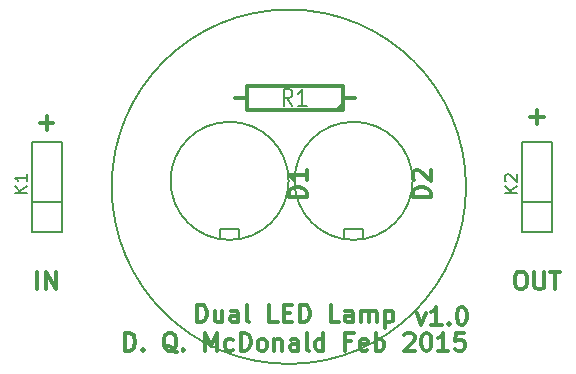
<source format=gto>
%FSLAX34Y34*%
G04 Gerber Fmt 3.4, Leading zero omitted, Abs format*
G04 (created by PCBNEW (2014-02-26 BZR 4721)-product) date Monday, 09 February 2015 12:03:13*
%MOIN*%
G01*
G70*
G90*
G04 APERTURE LIST*
%ADD10C,0.005906*%
%ADD11C,0.011811*%
%ADD12C,0.007874*%
%ADD13C,0.006000*%
%ADD14C,0.012000*%
%ADD15C,0.008000*%
G04 APERTURE END LIST*
G54D10*
G54D11*
X66479Y-50464D02*
X66619Y-50857D01*
X66760Y-50464D01*
X67294Y-50857D02*
X66957Y-50857D01*
X67125Y-50857D02*
X67125Y-50267D01*
X67069Y-50351D01*
X67013Y-50407D01*
X66957Y-50435D01*
X67547Y-50801D02*
X67575Y-50829D01*
X67547Y-50857D01*
X67519Y-50829D01*
X67547Y-50801D01*
X67547Y-50857D01*
X67941Y-50267D02*
X67997Y-50267D01*
X68053Y-50295D01*
X68082Y-50323D01*
X68110Y-50379D01*
X68138Y-50492D01*
X68138Y-50632D01*
X68110Y-50745D01*
X68082Y-50801D01*
X68053Y-50829D01*
X67997Y-50857D01*
X67941Y-50857D01*
X67885Y-50829D01*
X67857Y-50801D01*
X67829Y-50745D01*
X67800Y-50632D01*
X67800Y-50492D01*
X67829Y-50379D01*
X67857Y-50323D01*
X67885Y-50295D01*
X67941Y-50267D01*
X59139Y-50778D02*
X59139Y-50188D01*
X59280Y-50188D01*
X59364Y-50216D01*
X59420Y-50272D01*
X59448Y-50329D01*
X59476Y-50441D01*
X59476Y-50525D01*
X59448Y-50638D01*
X59420Y-50694D01*
X59364Y-50750D01*
X59280Y-50778D01*
X59139Y-50778D01*
X59983Y-50385D02*
X59983Y-50778D01*
X59730Y-50385D02*
X59730Y-50694D01*
X59758Y-50750D01*
X59814Y-50778D01*
X59898Y-50778D01*
X59955Y-50750D01*
X59983Y-50722D01*
X60517Y-50778D02*
X60517Y-50469D01*
X60489Y-50413D01*
X60433Y-50385D01*
X60320Y-50385D01*
X60264Y-50413D01*
X60517Y-50750D02*
X60461Y-50778D01*
X60320Y-50778D01*
X60264Y-50750D01*
X60236Y-50694D01*
X60236Y-50638D01*
X60264Y-50582D01*
X60320Y-50553D01*
X60461Y-50553D01*
X60517Y-50525D01*
X60883Y-50778D02*
X60826Y-50750D01*
X60798Y-50694D01*
X60798Y-50188D01*
X61839Y-50778D02*
X61557Y-50778D01*
X61557Y-50188D01*
X62035Y-50469D02*
X62232Y-50469D01*
X62317Y-50778D02*
X62035Y-50778D01*
X62035Y-50188D01*
X62317Y-50188D01*
X62570Y-50778D02*
X62570Y-50188D01*
X62710Y-50188D01*
X62795Y-50216D01*
X62851Y-50272D01*
X62879Y-50329D01*
X62907Y-50441D01*
X62907Y-50525D01*
X62879Y-50638D01*
X62851Y-50694D01*
X62795Y-50750D01*
X62710Y-50778D01*
X62570Y-50778D01*
X63892Y-50778D02*
X63610Y-50778D01*
X63610Y-50188D01*
X64341Y-50778D02*
X64341Y-50469D01*
X64313Y-50413D01*
X64257Y-50385D01*
X64145Y-50385D01*
X64088Y-50413D01*
X64341Y-50750D02*
X64285Y-50778D01*
X64145Y-50778D01*
X64088Y-50750D01*
X64060Y-50694D01*
X64060Y-50638D01*
X64088Y-50582D01*
X64145Y-50553D01*
X64285Y-50553D01*
X64341Y-50525D01*
X64623Y-50778D02*
X64623Y-50385D01*
X64623Y-50441D02*
X64651Y-50413D01*
X64707Y-50385D01*
X64791Y-50385D01*
X64848Y-50413D01*
X64876Y-50469D01*
X64876Y-50778D01*
X64876Y-50469D02*
X64904Y-50413D01*
X64960Y-50385D01*
X65044Y-50385D01*
X65101Y-50413D01*
X65129Y-50469D01*
X65129Y-50778D01*
X65410Y-50385D02*
X65410Y-50975D01*
X65410Y-50413D02*
X65466Y-50385D01*
X65579Y-50385D01*
X65635Y-50413D01*
X65663Y-50441D01*
X65691Y-50497D01*
X65691Y-50666D01*
X65663Y-50722D01*
X65635Y-50750D01*
X65579Y-50778D01*
X65466Y-50778D01*
X65410Y-50750D01*
X56749Y-51723D02*
X56749Y-51133D01*
X56889Y-51133D01*
X56974Y-51161D01*
X57030Y-51217D01*
X57058Y-51273D01*
X57086Y-51386D01*
X57086Y-51470D01*
X57058Y-51583D01*
X57030Y-51639D01*
X56974Y-51695D01*
X56889Y-51723D01*
X56749Y-51723D01*
X57339Y-51667D02*
X57367Y-51695D01*
X57339Y-51723D01*
X57311Y-51695D01*
X57339Y-51667D01*
X57339Y-51723D01*
X58464Y-51780D02*
X58408Y-51751D01*
X58352Y-51695D01*
X58267Y-51611D01*
X58211Y-51583D01*
X58155Y-51583D01*
X58183Y-51723D02*
X58127Y-51695D01*
X58070Y-51639D01*
X58042Y-51526D01*
X58042Y-51330D01*
X58070Y-51217D01*
X58127Y-51161D01*
X58183Y-51133D01*
X58295Y-51133D01*
X58352Y-51161D01*
X58408Y-51217D01*
X58436Y-51330D01*
X58436Y-51526D01*
X58408Y-51639D01*
X58352Y-51695D01*
X58295Y-51723D01*
X58183Y-51723D01*
X58689Y-51667D02*
X58717Y-51695D01*
X58689Y-51723D01*
X58661Y-51695D01*
X58689Y-51667D01*
X58689Y-51723D01*
X59420Y-51723D02*
X59420Y-51133D01*
X59617Y-51555D01*
X59814Y-51133D01*
X59814Y-51723D01*
X60348Y-51695D02*
X60292Y-51723D01*
X60179Y-51723D01*
X60123Y-51695D01*
X60095Y-51667D01*
X60067Y-51611D01*
X60067Y-51442D01*
X60095Y-51386D01*
X60123Y-51358D01*
X60179Y-51330D01*
X60292Y-51330D01*
X60348Y-51358D01*
X60601Y-51723D02*
X60601Y-51133D01*
X60742Y-51133D01*
X60826Y-51161D01*
X60883Y-51217D01*
X60911Y-51273D01*
X60939Y-51386D01*
X60939Y-51470D01*
X60911Y-51583D01*
X60883Y-51639D01*
X60826Y-51695D01*
X60742Y-51723D01*
X60601Y-51723D01*
X61276Y-51723D02*
X61220Y-51695D01*
X61192Y-51667D01*
X61164Y-51611D01*
X61164Y-51442D01*
X61192Y-51386D01*
X61220Y-51358D01*
X61276Y-51330D01*
X61361Y-51330D01*
X61417Y-51358D01*
X61445Y-51386D01*
X61473Y-51442D01*
X61473Y-51611D01*
X61445Y-51667D01*
X61417Y-51695D01*
X61361Y-51723D01*
X61276Y-51723D01*
X61726Y-51330D02*
X61726Y-51723D01*
X61726Y-51386D02*
X61754Y-51358D01*
X61811Y-51330D01*
X61895Y-51330D01*
X61951Y-51358D01*
X61979Y-51414D01*
X61979Y-51723D01*
X62514Y-51723D02*
X62514Y-51414D01*
X62485Y-51358D01*
X62429Y-51330D01*
X62317Y-51330D01*
X62260Y-51358D01*
X62514Y-51695D02*
X62457Y-51723D01*
X62317Y-51723D01*
X62260Y-51695D01*
X62232Y-51639D01*
X62232Y-51583D01*
X62260Y-51526D01*
X62317Y-51498D01*
X62457Y-51498D01*
X62514Y-51470D01*
X62879Y-51723D02*
X62823Y-51695D01*
X62795Y-51639D01*
X62795Y-51133D01*
X63357Y-51723D02*
X63357Y-51133D01*
X63357Y-51695D02*
X63301Y-51723D01*
X63188Y-51723D01*
X63132Y-51695D01*
X63104Y-51667D01*
X63076Y-51611D01*
X63076Y-51442D01*
X63104Y-51386D01*
X63132Y-51358D01*
X63188Y-51330D01*
X63301Y-51330D01*
X63357Y-51358D01*
X64285Y-51414D02*
X64088Y-51414D01*
X64088Y-51723D02*
X64088Y-51133D01*
X64370Y-51133D01*
X64820Y-51695D02*
X64763Y-51723D01*
X64651Y-51723D01*
X64595Y-51695D01*
X64566Y-51639D01*
X64566Y-51414D01*
X64595Y-51358D01*
X64651Y-51330D01*
X64763Y-51330D01*
X64820Y-51358D01*
X64848Y-51414D01*
X64848Y-51470D01*
X64566Y-51526D01*
X65101Y-51723D02*
X65101Y-51133D01*
X65101Y-51358D02*
X65157Y-51330D01*
X65269Y-51330D01*
X65326Y-51358D01*
X65354Y-51386D01*
X65382Y-51442D01*
X65382Y-51611D01*
X65354Y-51667D01*
X65326Y-51695D01*
X65269Y-51723D01*
X65157Y-51723D01*
X65101Y-51695D01*
X66057Y-51189D02*
X66085Y-51161D01*
X66141Y-51133D01*
X66282Y-51133D01*
X66338Y-51161D01*
X66366Y-51189D01*
X66394Y-51245D01*
X66394Y-51302D01*
X66366Y-51386D01*
X66029Y-51723D01*
X66394Y-51723D01*
X66760Y-51133D02*
X66816Y-51133D01*
X66872Y-51161D01*
X66901Y-51189D01*
X66929Y-51245D01*
X66957Y-51358D01*
X66957Y-51498D01*
X66929Y-51611D01*
X66901Y-51667D01*
X66872Y-51695D01*
X66816Y-51723D01*
X66760Y-51723D01*
X66704Y-51695D01*
X66676Y-51667D01*
X66647Y-51611D01*
X66619Y-51498D01*
X66619Y-51358D01*
X66647Y-51245D01*
X66676Y-51189D01*
X66704Y-51161D01*
X66760Y-51133D01*
X67519Y-51723D02*
X67182Y-51723D01*
X67350Y-51723D02*
X67350Y-51133D01*
X67294Y-51217D01*
X67238Y-51273D01*
X67182Y-51302D01*
X68053Y-51133D02*
X67772Y-51133D01*
X67744Y-51414D01*
X67772Y-51386D01*
X67829Y-51358D01*
X67969Y-51358D01*
X68025Y-51386D01*
X68053Y-51414D01*
X68082Y-51470D01*
X68082Y-51611D01*
X68053Y-51667D01*
X68025Y-51695D01*
X67969Y-51723D01*
X67829Y-51723D01*
X67772Y-51695D01*
X67744Y-51667D01*
X69881Y-49086D02*
X69994Y-49086D01*
X70050Y-49114D01*
X70106Y-49170D01*
X70134Y-49282D01*
X70134Y-49479D01*
X70106Y-49592D01*
X70050Y-49648D01*
X69994Y-49676D01*
X69881Y-49676D01*
X69825Y-49648D01*
X69769Y-49592D01*
X69741Y-49479D01*
X69741Y-49282D01*
X69769Y-49170D01*
X69825Y-49114D01*
X69881Y-49086D01*
X70388Y-49086D02*
X70388Y-49564D01*
X70416Y-49620D01*
X70444Y-49648D01*
X70500Y-49676D01*
X70613Y-49676D01*
X70669Y-49648D01*
X70697Y-49620D01*
X70725Y-49564D01*
X70725Y-49086D01*
X70922Y-49086D02*
X71259Y-49086D01*
X71091Y-49676D02*
X71091Y-49086D01*
X53824Y-49676D02*
X53824Y-49086D01*
X54105Y-49676D02*
X54105Y-49086D01*
X54443Y-49676D01*
X54443Y-49086D01*
X70247Y-43939D02*
X70697Y-43939D01*
X70472Y-44164D02*
X70472Y-43714D01*
X53908Y-44136D02*
X54358Y-44136D01*
X54133Y-44361D02*
X54133Y-43911D01*
G54D12*
X68110Y-46259D02*
G75*
G03X68110Y-46259I-5905J0D01*
G74*
G01*
G54D10*
X60543Y-47996D02*
X60543Y-47665D01*
X60543Y-47665D02*
X59925Y-47665D01*
X59925Y-47665D02*
X59925Y-48003D01*
X62196Y-46062D02*
G75*
G03X62196Y-46062I-1968J0D01*
G74*
G01*
X64677Y-47996D02*
X64677Y-47665D01*
X64677Y-47665D02*
X64059Y-47665D01*
X64059Y-47665D02*
X64059Y-48003D01*
X66330Y-46062D02*
G75*
G03X66330Y-46062I-1968J0D01*
G74*
G01*
G54D13*
X54633Y-47759D02*
X53633Y-47759D01*
X53633Y-47759D02*
X53633Y-44759D01*
X53633Y-44759D02*
X54633Y-44759D01*
X54633Y-44759D02*
X54633Y-47759D01*
X53633Y-46759D02*
X54633Y-46759D01*
X70972Y-47759D02*
X69972Y-47759D01*
X69972Y-47759D02*
X69972Y-44759D01*
X69972Y-44759D02*
X70972Y-44759D01*
X70972Y-44759D02*
X70972Y-47759D01*
X69972Y-46759D02*
X70972Y-46759D01*
G54D14*
X64401Y-43307D02*
X64001Y-43307D01*
X64001Y-43307D02*
X64001Y-43707D01*
X64001Y-43707D02*
X60801Y-43707D01*
X60801Y-43707D02*
X60801Y-42907D01*
X60801Y-42907D02*
X64001Y-42907D01*
X64001Y-42907D02*
X64001Y-43307D01*
X64001Y-43507D02*
X63801Y-43707D01*
X60401Y-43307D02*
X60801Y-43307D01*
X62795Y-46616D02*
X62195Y-46616D01*
X62195Y-46473D01*
X62223Y-46387D01*
X62280Y-46330D01*
X62337Y-46301D01*
X62452Y-46273D01*
X62537Y-46273D01*
X62652Y-46301D01*
X62709Y-46330D01*
X62766Y-46387D01*
X62795Y-46473D01*
X62795Y-46616D01*
X62795Y-45701D02*
X62795Y-46044D01*
X62795Y-45873D02*
X62195Y-45873D01*
X62280Y-45930D01*
X62337Y-45987D01*
X62366Y-46044D01*
X66928Y-46616D02*
X66328Y-46616D01*
X66328Y-46473D01*
X66357Y-46387D01*
X66414Y-46330D01*
X66471Y-46301D01*
X66586Y-46273D01*
X66671Y-46273D01*
X66786Y-46301D01*
X66843Y-46330D01*
X66900Y-46387D01*
X66928Y-46473D01*
X66928Y-46616D01*
X66386Y-46044D02*
X66357Y-46016D01*
X66328Y-45958D01*
X66328Y-45816D01*
X66357Y-45758D01*
X66386Y-45730D01*
X66443Y-45701D01*
X66500Y-45701D01*
X66586Y-45730D01*
X66928Y-46073D01*
X66928Y-45701D01*
G54D13*
X53464Y-46455D02*
X53064Y-46455D01*
X53464Y-46226D02*
X53236Y-46397D01*
X53064Y-46226D02*
X53293Y-46455D01*
X53464Y-45845D02*
X53464Y-46074D01*
X53464Y-45959D02*
X53064Y-45959D01*
X53121Y-45997D01*
X53160Y-46036D01*
X53179Y-46074D01*
X69803Y-46455D02*
X69403Y-46455D01*
X69803Y-46226D02*
X69574Y-46397D01*
X69403Y-46226D02*
X69631Y-46455D01*
X69441Y-46074D02*
X69422Y-46055D01*
X69403Y-46016D01*
X69403Y-45921D01*
X69422Y-45883D01*
X69441Y-45864D01*
X69479Y-45845D01*
X69517Y-45845D01*
X69574Y-45864D01*
X69803Y-46093D01*
X69803Y-45845D01*
G54D15*
X62318Y-43555D02*
X62151Y-43293D01*
X62032Y-43555D02*
X62032Y-43005D01*
X62223Y-43005D01*
X62270Y-43032D01*
X62294Y-43058D01*
X62318Y-43110D01*
X62318Y-43189D01*
X62294Y-43241D01*
X62270Y-43267D01*
X62223Y-43293D01*
X62032Y-43293D01*
X62794Y-43555D02*
X62508Y-43555D01*
X62651Y-43555D02*
X62651Y-43005D01*
X62603Y-43084D01*
X62556Y-43136D01*
X62508Y-43163D01*
G54D10*
M02*

</source>
